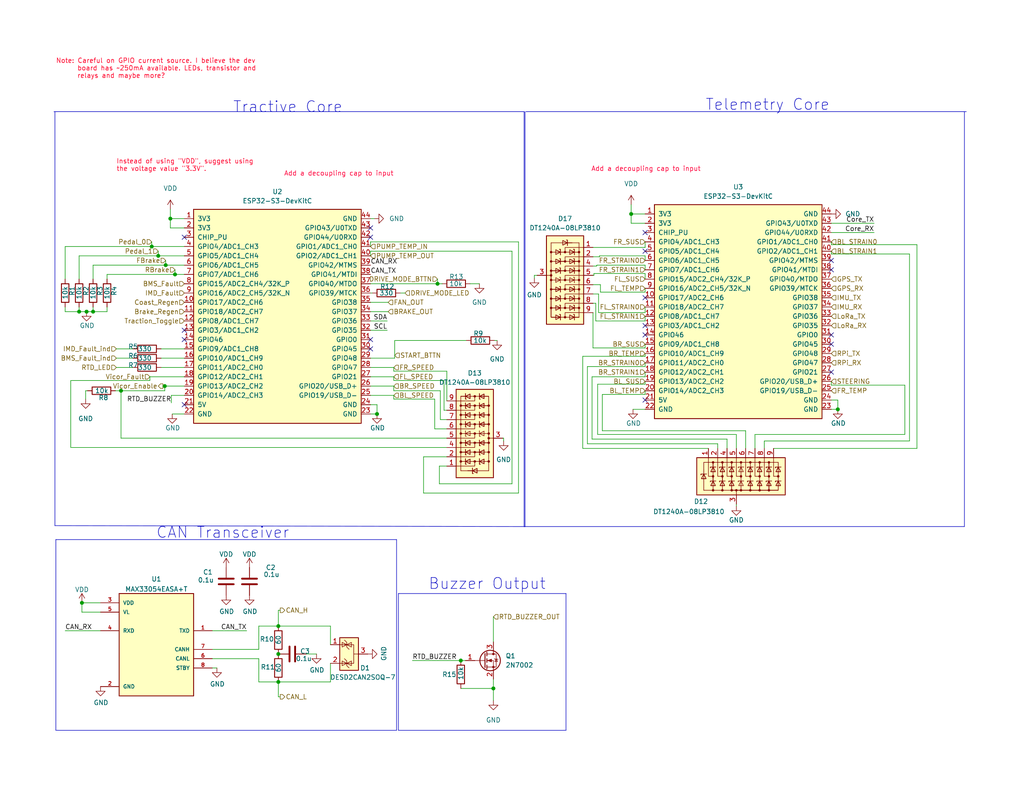
<source format=kicad_sch>
(kicad_sch (version 20230121) (generator eeschema)
  (paper "A")
  (title_block (title "Dual Core") (date "2023-05-15") (rev "V 1.1") (company "AERO") (comment 1 "Colin Grund") (comment 2 "Two Cores: Telemetry deals with sensors and non mission critical") (comment 3 "Tractive deals with all mission critical must work to drive"))
  (lib_symbols
    (symbol "AERO_Symbols:MAX33054EASA+T" (pin_names (offset 1.016))
      (property "Reference" "U" (at -10.16 13.6906 0))
      (property "Value" "MAX33054EASA+T" (at -10.16 -19.2278 0))
      (symbol "MAX33054EASA+T_0_0"
        (rectangle (start -10.16 -15.24) (end 10.16 12.7) (stroke (width 0.254)) (fill (type background)))
        (pin input line (at -15.24 2.54 0) (length 5.08) (name "TXD") (number "1"))
        (pin power_in line (at 15.24 -12.7 180) (length 5.08) (name "GND") (number "2"))
        (pin power_in line (at 15.24 10.16 180) (length 5.08) (name "VDD") (number "3"))
        (pin output line (at 15.24 2.54 180) (length 5.08) (name "RXD") (number "4"))
        (pin power_in line (at 15.24 7.62 180) (length 5.08) (name "VL") (number "5"))
        (pin input line (at -15.24 -5.08 0) (length 5.08) (name "CANL") (number "6"))
        (pin input line (at -15.24 -2.54 0) (length 5.08) (name "CANH") (number "7"))
        (pin input line (at -15.24 -7.62 0) (length 5.08) (name "STBY") (number "8"))
      )
    )
    (symbol "Device:C" (pin_numbers hide) (pin_names (offset 0.254))
      (property "Reference" "C" (at 0.635 2.54 0))
      (property "Value" "C" (at 0.635 -2.54 0))
      (symbol "C_0_1"
        (polyline (pts (xy -2.032 -0.762) (xy 2.032 -0.762)) (stroke (width 0.508)))
        (polyline (pts (xy -2.032 0.762) (xy 2.032 0.762)) (stroke (width 0.508)))
      )
      (symbol "C_1_1"
        (pin passive line (at 0 3.81 270) (length 2.794) (name "~") (number "1"))
        (pin passive line (at 0 -3.81 90) (length 2.794) (name "~") (number "2"))
      )
    )
    (symbol "Device:R" (pin_numbers hide) (pin_names (offset 0))
      (property "Reference" "R" (at 2.032 0 90))
      (property "Value" "R" (at 0 0 90))
      (symbol "R_0_1"
        (rectangle (start -1.016 -2.54) (end 1.016 2.54) (stroke (width 0.254)))
      )
      (symbol "R_1_1"
        (pin passive line (at 0 3.81 270) (length 1.27) (name "~") (number "1"))
        (pin passive line (at 0 -3.81 90) (length 1.27) (name "~") (number "2"))
      )
    )
    (symbol "Power_Protection:DT1240A-08LP3810" (pin_names hide)
      (property "Reference" "D" (at 13.97 2.54 0))
      (property "Value" "DT1240A-08LP3810" (at 13.97 0.635 0))
      (symbol "DT1240A-08LP3810_0_0"
        (pin passive line (at 0 -7.62 90) (length 2.54) (name "A") (number "3"))
      )
      (symbol "DT1240A-08LP3810_0_1"
        (rectangle (start -10.795 5.08) (end 13.335 -5.08) (stroke (width 0.254)) (fill (type background)))
        (circle (center -6.35 -3.81) (radius 0.254) (fill (type outline)))
        (circle (center -6.35 0) (radius 0.254) (fill (type outline)))
        (circle (center -6.35 3.81) (radius 0.254) (fill (type outline)))
        (circle (center -3.81 -3.81) (radius 0.254) (fill (type outline)))
        (circle (center -3.81 0) (radius 0.254) (fill (type outline)))
        (circle (center -3.81 3.81) (radius 0.254) (fill (type outline)))
        (circle (center -1.27 -3.81) (radius 0.254) (fill (type outline)))
        (circle (center -1.27 0) (radius 0.254) (fill (type outline)))
        (circle (center -1.27 3.81) (radius 0.254) (fill (type outline)))
        (circle (center 0 -3.81) (radius 0.254) (fill (type outline)))
        (polyline (pts (xy -8.89 0.635) (xy -8.89 -3.81)))
        (polyline (pts (xy -8.89 1.905) (xy -8.89 0.635)))
        (polyline (pts (xy -8.89 3.81) (xy -8.89 0.635)))
        (polyline (pts (xy -6.35 -3.81) (xy -8.89 -3.81)))
        (polyline (pts (xy -6.35 0) (xy -6.35 -1.27)))
        (polyline (pts (xy -6.35 2.54) (xy -6.35 -1.27)))
        (polyline (pts (xy -6.35 3.81) (xy -6.35 2.54)))
        (polyline (pts (xy -6.35 3.81) (xy -6.35 2.54)))
        (polyline (pts (xy -3.81 0) (xy -3.81 -1.27)))
        (polyline (pts (xy -3.81 2.54) (xy -3.81 -1.27)))
        (polyline (pts (xy -3.81 3.81) (xy -3.81 2.54)))
        (polyline (pts (xy -3.81 3.81) (xy -3.81 2.54)))
        (polyline (pts (xy -1.27 0) (xy -1.27 -1.27)))
        (polyline (pts (xy -1.27 2.54) (xy -1.27 -1.27)))
        (polyline (pts (xy -1.27 3.81) (xy -1.27 2.54)))
        (polyline (pts (xy -1.27 3.81) (xy -1.27 2.54)))
        (polyline (pts (xy 0 -5.08) (xy 0 -3.81)))
        (polyline (pts (xy 1.27 -3.81) (xy 1.27 2.54)))
        (polyline (pts (xy 1.27 3.81) (xy 1.27 2.54)))
        (polyline (pts (xy 1.905 -1.27) (xy 2.032 -1.27)))
        (polyline (pts (xy 1.905 2.54) (xy 2.032 2.54)))
        (polyline (pts (xy 3.81 2.54) (xy 3.81 -1.27)))
        (polyline (pts (xy 3.81 3.81) (xy 3.81 2.54)))
        (polyline (pts (xy 6.35 2.54) (xy 6.35 -1.27)))
        (polyline (pts (xy 6.35 3.81) (xy 6.35 2.54)))
        (polyline (pts (xy 6.35 3.81) (xy 6.35 2.54)))
        (polyline (pts (xy 8.89 2.54) (xy 8.89 -1.27)))
        (polyline (pts (xy 8.89 3.81) (xy 8.89 2.54)))
        (polyline (pts (xy 8.89 3.81) (xy 8.89 2.54)))
        (polyline (pts (xy 11.43 2.54) (xy 11.43 -1.27)))
        (polyline (pts (xy 11.43 3.81) (xy -8.89 3.81)))
        (polyline (pts (xy 11.43 3.81) (xy 11.43 2.54)))
        (polyline (pts (xy 11.43 3.81) (xy 11.43 2.54)))
        (polyline (pts (xy -7.62 5.08) (xy -7.62 0) (xy -6.35 0)))
        (polyline (pts (xy -6.35 -1.27) (xy -6.35 -3.81) (xy -3.81 -3.81)))
        (polyline (pts (xy -5.08 5.08) (xy -5.08 0) (xy -3.81 0)))
        (polyline (pts (xy -3.81 -1.27) (xy -3.81 -3.81) (xy -1.27 -3.81)))
        (polyline (pts (xy -2.54 5.08) (xy -2.54 0) (xy -1.27 0)))
        (polyline (pts (xy 0 5.08) (xy 0 0) (xy 1.27 0)))
        (polyline (pts (xy 1.905 -1.27) (xy 0.508 -1.27) (xy 0.508 -1.524)))
        (polyline (pts (xy 1.905 2.54) (xy 0.508 2.54) (xy 0.508 2.286)))
        (polyline (pts (xy 2.54 5.08) (xy 2.54 0) (xy 3.81 0)))
        (polyline (pts (xy 5.08 5.08) (xy 5.08 0) (xy 6.35 0)))
        (polyline (pts (xy 6.35 -1.27) (xy 6.35 -3.81) (xy 3.81 -3.81)))
        (polyline (pts (xy 6.35 -1.27) (xy 6.35 -3.81) (xy 3.81 -3.81)))
        (polyline (pts (xy 7.62 5.08) (xy 7.62 0) (xy 8.89 0)))
        (polyline (pts (xy 8.89 -1.27) (xy 8.89 -3.81) (xy 6.35 -3.81)))
        (polyline (pts (xy 8.89 -1.27) (xy 8.89 -3.81) (xy 6.35 -3.81)))
        (polyline (pts (xy 10.16 5.08) (xy 10.16 0) (xy 11.43 0)))
        (polyline (pts (xy 11.43 -1.27) (xy 11.43 -3.81) (xy 8.89 -3.81)))
        (polyline (pts (xy 11.43 -1.27) (xy 11.43 -3.81) (xy 8.89 -3.81)))
        (polyline (pts (xy -9.652 0.381) (xy -9.652 0.635) (xy -8.255 0.635) (xy -8.128 0.635)))
        (polyline (pts (xy -9.652 0.381) (xy -9.652 0.635) (xy -8.255 0.635) (xy -8.128 0.635)))
        (polyline (pts (xy -8.89 0.635) (xy -8.255 -0.635) (xy -9.525 -0.635) (xy -8.89 0.635)))
        (polyline (pts (xy -8.89 0.635) (xy -8.255 -0.635) (xy -9.525 -0.635) (xy -8.89 0.635)))
        (polyline (pts (xy -7.112 -1.524) (xy -7.112 -1.27) (xy -5.715 -1.27) (xy -5.588 -1.27)))
        (polyline (pts (xy -7.112 -1.524) (xy -7.112 -1.27) (xy -5.715 -1.27) (xy -5.588 -1.27)))
        (polyline (pts (xy -7.112 2.286) (xy -7.112 2.54) (xy -5.715 2.54) (xy -5.588 2.54)))
        (polyline (pts (xy -7.112 2.286) (xy -7.112 2.54) (xy -5.715 2.54) (xy -5.588 2.54)))
        (polyline (pts (xy -6.35 -1.27) (xy -5.715 -2.54) (xy -6.985 -2.54) (xy -6.35 -1.27)))
        (polyline (pts (xy -6.35 -1.27) (xy -5.715 -2.54) (xy -6.985 -2.54) (xy -6.35 -1.27)))
        (polyline (pts (xy -6.35 2.54) (xy -5.715 1.27) (xy -6.985 1.27) (xy -6.35 2.54)))
        (polyline (pts (xy -6.35 2.54) (xy -5.715 1.27) (xy -6.985 1.27) (xy -6.35 2.54)))
        (polyline (pts (xy -4.572 -1.524) (xy -4.572 -1.27) (xy -3.175 -1.27) (xy -3.048 -1.27)))
        (polyline (pts (xy -4.572 -1.524) (xy -4.572 -1.27) (xy -3.175 -1.27) (xy -3.048 -1.27)))
        (polyline (pts (xy -4.572 2.286) (xy -4.572 2.54) (xy -3.175 2.54) (xy -3.048 2.54)))
        (polyline (pts (xy -4.572 2.286) (xy -4.572 2.54) (xy -3.175 2.54) (xy -3.048 2.54)))
        (polyline (pts (xy -3.81 -1.27) (xy -3.175 -2.54) (xy -4.445 -2.54) (xy -3.81 -1.27)))
        (polyline (pts (xy -3.81 -1.27) (xy -3.175 -2.54) (xy -4.445 -2.54) (xy -3.81 -1.27)))
        (polyline (pts (xy -3.81 2.54) (xy -3.175 1.27) (xy -4.445 1.27) (xy -3.81 2.54)))
        (polyline (pts (xy -3.81 2.54) (xy -3.175 1.27) (xy -4.445 1.27) (xy -3.81 2.54)))
        (polyline (pts (xy -2.032 -1.524) (xy -2.032 -1.27) (xy -0.635 -1.27) (xy -0.508 -1.27)))
        (polyline (pts (xy -2.032 -1.524) (xy -2.032 -1.27) (xy -0.635 -1.27) (xy -0.508 -1.27)))
        (polyline (pts (xy -2.032 2.286) (xy -2.032 2.54) (xy -0.635 2.54) (xy -0.508 2.54)))
        (polyline (pts (xy -2.032 2.286) (xy -2.032 2.54) (xy -0.635 2.54) (xy -0.508 2.54)))
        (polyline (pts (xy -1.27 -1.27) (xy -1.27 -3.81) (xy 3.81 -3.81) (xy 3.81 -1.27)))
        (polyline (pts (xy -1.27 -1.27) (xy -1.27 -3.81) (xy 3.81 -3.81) (xy 3.81 -1.27)))
        (polyline (pts (xy -1.27 -1.27) (xy -0.635 -2.54) (xy -1.905 -2.54) (xy -1.27 -1.27)))
        (polyline (pts (xy -1.27 -1.27) (xy -0.635 -2.54) (xy -1.905 -2.54) (xy -1.27 -1.27)))
        (polyline (pts (xy -1.27 2.54) (xy -0.635 1.27) (xy -1.905 1.27) (xy -1.27 2.54)))
        (polyline (pts (xy -1.27 2.54) (xy -0.635 1.27) (xy -1.905 1.27) (xy -1.27 2.54)))
        (polyline (pts (xy 1.905 -2.54) (xy 0.635 -2.54) (xy 1.27 -1.27) (xy 1.905 -2.54)))
        (polyline (pts (xy 1.905 1.27) (xy 0.635 1.27) (xy 1.27 2.54) (xy 1.905 1.27)))
        (polyline (pts (xy 3.048 -1.524) (xy 3.048 -1.27) (xy 4.445 -1.27) (xy 4.572 -1.27)))
        (polyline (pts (xy 3.048 -1.524) (xy 3.048 -1.27) (xy 4.445 -1.27) (xy 4.572 -1.27)))
        (polyline (pts (xy 3.048 2.286) (xy 3.048 2.54) (xy 4.445 2.54) (xy 4.572 2.54)))
        (polyline (pts (xy 3.048 2.286) (xy 3.048 2.54) (xy 4.445 2.54) (xy 4.572 2.54)))
        (polyline (pts (xy 3.81 -1.27) (xy 3.175 -2.54) (xy 4.445 -2.54) (xy 3.81 -1.27)))
        (polyline (pts (xy 3.81 -1.27) (xy 3.175 -2.54) (xy 4.445 -2.54) (xy 3.81 -1.27)))
        (polyline (pts (xy 3.81 2.54) (xy 3.175 1.27) (xy 4.445 1.27) (xy 3.81 2.54)))
        (polyline (pts (xy 3.81 2.54) (xy 3.175 1.27) (xy 4.445 1.27) (xy 3.81 2.54)))
        (polyline (pts (xy 5.588 -1.524) (xy 5.588 -1.27) (xy 6.985 -1.27) (xy 7.112 -1.27)))
        (polyline (pts (xy 5.588 -1.524) (xy 5.588 -1.27) (xy 6.985 -1.27) (xy 7.112 -1.27)))
        (polyline (pts (xy 5.588 2.286) (xy 5.588 2.54) (xy 6.985 2.54) (xy 7.112 2.54)))
        (polyline (pts (xy 5.588 2.286) (xy 5.588 2.54) (xy 6.985 2.54) (xy 7.112 2.54)))
        (polyline (pts (xy 6.35 -1.27) (xy 5.715 -2.54) (xy 6.985 -2.54) (xy 6.35 -1.27)))
        (polyline (pts (xy 6.35 -1.27) (xy 5.715 -2.54) (xy 6.985 -2.54) (xy 6.35 -1.27)))
        (polyline (pts (xy 6.35 2.54) (xy 5.715 1.27) (xy 6.985 1.27) (xy 6.35 2.54)))
        (polyline (pts (xy 6.35 2.54) (xy 5.715 1.27) (xy 6.985 1.27) (xy 6.35 2.54)))
        (polyline (pts (xy 8.128 -1.524) (xy 8.128 -1.27) (xy 9.525 -1.27) (xy 9.652 -1.27)))
        (polyline (pts (xy 8.128 -1.524) (xy 8.128 -1.27) (xy 9.525 -1.27) (xy 9.652 -1.27)))
        (polyline (pts (xy 8.128 2.286) (xy 8.128 2.54) (xy 9.525 2.54) (xy 9.652 2.54)))
        (polyline (pts (xy 8.128 2.286) (xy 8.128 2.54) (xy 9.525 2.54) (xy 9.652 2.54)))
        (polyline (pts (xy 8.89 -1.27) (xy 8.255 -2.54) (xy 9.525 -2.54) (xy 8.89 -1.27)))
        (polyline (pts (xy 8.89 -1.27) (xy 8.255 -2.54) (xy 9.525 -2.54) (xy 8.89 -1.27)))
        (polyline (pts (xy 8.89 2.54) (xy 8.255 1.27) (xy 9.525 1.27) (xy 8.89 2.54)))
        (polyline (pts (xy 8.89 2.54) (xy 8.255 1.27) (xy 9.525 1.27) (xy 8.89 2.54)))
        (polyline (pts (xy 10.668 -1.524) (xy 10.668 -1.27) (xy 12.065 -1.27) (xy 12.192 -1.27)))
        (polyline (pts (xy 10.668 -1.524) (xy 10.668 -1.27) (xy 12.065 -1.27) (xy 12.192 -1.27)))
        (polyline (pts (xy 10.668 2.286) (xy 10.668 2.54) (xy 12.065 2.54) (xy 12.192 2.54)))
        (polyline (pts (xy 10.668 2.286) (xy 10.668 2.54) (xy 12.065 2.54) (xy 12.192 2.54)))
        (polyline (pts (xy 11.43 -1.27) (xy 10.795 -2.54) (xy 12.065 -2.54) (xy 11.43 -1.27)))
        (polyline (pts (xy 11.43 -1.27) (xy 10.795 -2.54) (xy 12.065 -2.54) (xy 11.43 -1.27)))
        (polyline (pts (xy 11.43 2.54) (xy 10.795 1.27) (xy 12.065 1.27) (xy 11.43 2.54)))
        (polyline (pts (xy 11.43 2.54) (xy 10.795 1.27) (xy 12.065 1.27) (xy 11.43 2.54)))
        (circle (center 1.27 -3.81) (radius 0.254) (fill (type outline)))
        (circle (center 1.27 0) (radius 0.254) (fill (type outline)))
        (circle (center 1.27 3.81) (radius 0.254) (fill (type outline)))
        (circle (center 3.81 -3.81) (radius 0.254) (fill (type outline)))
        (circle (center 3.81 0) (radius 0.254) (fill (type outline)))
        (circle (center 3.81 3.81) (radius 0.254) (fill (type outline)))
        (circle (center 6.35 -3.81) (radius 0.254) (fill (type outline)))
        (circle (center 6.35 0) (radius 0.254) (fill (type outline)))
        (circle (center 6.35 3.81) (radius 0.254) (fill (type outline)))
        (circle (center 8.89 -3.81) (radius 0.254) (fill (type outline)))
        (circle (center 8.89 0) (radius 0.254) (fill (type outline)))
        (circle (center 8.89 3.81) (radius 0.254) (fill (type outline)))
        (circle (center 11.43 0) (radius 0.254) (fill (type outline)))
      )
      (symbol "DT1240A-08LP3810_1_1"
        (pin passive line (at -7.62 7.62 270) (length 2.54) (name "K1") (number "1"))
        (pin passive line (at -5.08 7.62 270) (length 2.54) (name "K2") (number "2"))
        (pin passive line (at -2.54 7.62 270) (length 2.54) (name "K3") (number "4"))
        (pin passive line (at 0 7.62 270) (length 2.54) (name "K4") (number "5"))
        (pin passive line (at 2.54 7.62 270) (length 2.54) (name "K5") (number "6"))
        (pin passive line (at 5.08 7.62 270) (length 2.54) (name "K6") (number "7"))
        (pin passive line (at 7.62 7.62 270) (length 2.54) (name "K7") (number "8"))
        (pin passive line (at 10.16 7.62 270) (length 2.54) (name "K8") (number "9"))
      )
    )
    (symbol "Power_Protection:NUP2105L" (pin_names hide)
      (property "Reference" "D" (at 5.715 2.54 0))
      (property "Value" "NUP2105L" (at 5.715 0.635 0))
      (symbol "NUP2105L_0_0"
        (pin passive line (at 0 -5.08 90) (length 2.54) (name "A") (number "3"))
      )
      (symbol "NUP2105L_0_1"
        (rectangle (start -4.445 2.54) (end 4.445 -2.54) (stroke (width 0.254)) (fill (type background)))
        (polyline (pts (xy -2.54 2.54) (xy -2.54 0.635)))
        (polyline (pts (xy 0 -1.27) (xy 0 -2.54)))
        (polyline (pts (xy 2.54 2.54) (xy 2.54 0.635)))
        (polyline (pts (xy -3.81 1.27) (xy -3.175 0.635) (xy -1.905 0.635) (xy -1.27 0)))
        (polyline (pts (xy -2.54 0.635) (xy -2.54 -1.27) (xy 2.54 -1.27) (xy 2.54 0.635)))
        (polyline (pts (xy -2.54 0.635) (xy -1.905 -0.635) (xy -3.175 -0.635) (xy -2.54 0.635)))
        (polyline (pts (xy 2.54 0.635) (xy 1.905 -0.635) (xy 3.175 -0.635) (xy 2.54 0.635)))
        (polyline (pts (xy 2.54 0.635) (xy 3.175 1.905) (xy 1.905 1.905) (xy 2.54 0.635)))
        (polyline (pts (xy -2.54 0.635) (xy -3.175 1.905) (xy -1.905 1.905) (xy -2.54 0.635) (xy -2.54 1.27)))
        (polyline (pts (xy 1.27 1.27) (xy 1.905 0.635) (xy 2.54 0.635) (xy 3.175 0.635) (xy 3.81 0)))
      )
      (symbol "NUP2105L_1_1"
        (pin passive line (at -2.54 5.08 270) (length 2.54) (name "K") (number "1"))
        (pin passive line (at 2.54 5.08 270) (length 2.54) (name "K") (number "2"))
      )
    )
    (symbol "Transistor_FET:2N7002" (pin_names hide)
      (property "Reference" "Q" (at 5.08 1.905 0))
      (property "Value" "2N7002" (at 5.08 0 0))
      (symbol "2N7002_0_1"
        (polyline (pts (xy 0.254 0) (xy -2.54 0)))
        (polyline (pts (xy 0.254 1.905) (xy 0.254 -1.905)) (stroke (width 0.254)))
        (polyline (pts (xy 0.762 -1.27) (xy 0.762 -2.286)) (stroke (width 0.254)))
        (polyline (pts (xy 0.762 0.508) (xy 0.762 -0.508)) (stroke (width 0.254)))
        (polyline (pts (xy 0.762 2.286) (xy 0.762 1.27)) (stroke (width 0.254)))
        (polyline (pts (xy 2.54 2.54) (xy 2.54 1.778)))
        (polyline (pts (xy 2.54 -2.54) (xy 2.54 0) (xy 0.762 0)))
        (polyline (pts (xy 0.762 -1.778) (xy 3.302 -1.778) (xy 3.302 1.778) (xy 0.762 1.778)))
        (polyline (pts (xy 1.016 0) (xy 2.032 0.381) (xy 2.032 -0.381) (xy 1.016 0)) (fill (type outline)))
        (polyline (pts (xy 2.794 0.508) (xy 2.921 0.381) (xy 3.683 0.381) (xy 3.81 0.254)))
        (polyline (pts (xy 3.302 0.381) (xy 2.921 -0.254) (xy 3.683 -0.254) (xy 3.302 0.381)))
        (circle (center 1.651 0) (radius 2.794) (stroke (width 0.254)))
        (circle (center 2.54 -1.778) (radius 0.254) (fill (type outline)))
        (circle (center 2.54 1.778) (radius 0.254) (fill (type outline)))
      )
      (symbol "2N7002_1_1"
        (pin input line (at -5.08 0 0) (length 2.54) (name "G") (number "1"))
        (pin passive line (at 2.54 -5.08 90) (length 2.54) (name "S") (number "2"))
        (pin passive line (at 2.54 5.08 270) (length 2.54) (name "D") (number "3"))
      )
    )
    (symbol "esp32:ESP32-S3-DevKitC" (pin_names (offset 1.016))
      (property "Reference" "U" (at -22.86 33.02 0))
      (property "Value" "ESP32-S3-DevKitC" (at -22.86 30.48 0))
      (symbol "ESP32-S3-DevKitC_0_0"
        (pin bidirectional line (at -25.4 -7.62 0) (length 2.54) (name "GPIO46") (number "14"))
        (pin bidirectional line (at -25.4 -20.32 0) (length 2.54) (name "GPIO13/ADC2_CH2") (number "19"))
        (pin power_in line (at -25.4 22.86 0) (length 2.54) (name "3V3") (number "2"))
        (pin bidirectional line (at 25.4 12.7 180) (length 2.54) (name "GPIO42/MTMS") (number "39"))
        (pin bidirectional line (at 25.4 15.24 180) (length 2.54) (name "GPIO2/ADC1_CH1") (number "40"))
        (pin bidirectional line (at 25.4 17.78 180) (length 2.54) (name "GPIO1/ADC1_CH0") (number "41"))
        (pin bidirectional line (at 25.4 20.32 180) (length 2.54) (name "GPIO44/U0RXD") (number "42"))
        (pin bidirectional line (at 25.4 22.86 180) (length 2.54) (name "GPIO43/U0TXD") (number "43"))
        (pin power_in line (at 25.4 25.4 180) (length 2.54) (name "GND") (number "44"))
      )
      (symbol "ESP32-S3-DevKitC_0_1"
        (rectangle (start -22.86 27.94) (end 22.86 -30.48) (stroke (width 0.254)) (fill (type background)))
      )
      (symbol "ESP32-S3-DevKitC_1_1"
        (pin power_in line (at -25.4 25.4 0) (length 2.54) (name "3V3") (number "1"))
        (pin bidirectional line (at -25.4 2.54 0) (length 2.54) (name "GPIO17/ADC2_CH6") (number "10"))
        (pin bidirectional line (at -25.4 0 0) (length 2.54) (name "GPIO18/ADC2_CH7") (number "11"))
        (pin bidirectional line (at -25.4 -2.54 0) (length 2.54) (name "GPIO8/ADC1_CH7") (number "12"))
        (pin bidirectional line (at -25.4 -5.08 0) (length 2.54) (name "GPIO3/ADC1_CH2") (number "13"))
        (pin bidirectional line (at -25.4 -10.16 0) (length 2.54) (name "GPIO9/ADC1_CH8") (number "15"))
        (pin bidirectional line (at -25.4 -12.7 0) (length 2.54) (name "GPIO10/ADC1_CH9") (number "16"))
        (pin bidirectional line (at -25.4 -15.24 0) (length 2.54) (name "GPIO11/ADC2_CH0") (number "17"))
        (pin bidirectional line (at -25.4 -17.78 0) (length 2.54) (name "GPIO12/ADC2_CH1") (number "18"))
        (pin bidirectional line (at -25.4 -22.86 0) (length 2.54) (name "GPIO14/ADC2_CH3") (number "20"))
        (pin power_in line (at -25.4 -25.4 0) (length 2.54) (name "5V") (number "21"))
        (pin power_in line (at -25.4 -27.94 0) (length 2.54) (name "GND") (number "22"))
        (pin power_in line (at 25.4 -27.94 180) (length 2.54) (name "GND") (number "23"))
        (pin power_in line (at 25.4 -25.4 180) (length 2.54) (name "GND") (number "24"))
        (pin bidirectional line (at 25.4 -22.86 180) (length 2.54) (name "GPIO19/USB_D-") (number "25"))
        (pin bidirectional line (at 25.4 -20.32 180) (length 2.54) (name "GPIO20/USB_D+") (number "26"))
        (pin bidirectional line (at 25.4 -17.78 180) (length 2.54) (name "GPIO21") (number "27"))
        (pin bidirectional line (at 25.4 -15.24 180) (length 2.54) (name "GPIO47") (number "28"))
        (pin bidirectional line (at 25.4 -12.7 180) (length 2.54) (name "GPIO48") (number "29"))
        (pin input line (at -25.4 20.32 0) (length 2.54) (name "CHIP_PU") (number "3"))
        (pin bidirectional line (at 25.4 -10.16 180) (length 2.54) (name "GPIO45") (number "30"))
        (pin bidirectional line (at 25.4 -7.62 180) (length 2.54) (name "GPIO0") (number "31"))
        (pin bidirectional line (at 25.4 -5.08 180) (length 2.54) (name "GPIO35") (number "32"))
        (pin bidirectional line (at 25.4 -2.54 180) (length 2.54) (name "GPIO36") (number "33"))
        (pin bidirectional line (at 25.4 0 180) (length 2.54) (name "GPIO37") (number "34"))
        (pin bidirectional line (at 25.4 2.54 180) (length 2.54) (name "GPIO38") (number "35"))
        (pin bidirectional line (at 25.4 5.08 180) (length 2.54) (name "GPIO39/MTCK") (number "36"))
        (pin bidirectional line (at 25.4 7.62 180) (length 2.54) (name "GPIO40/MTDO") (number "37"))
        (pin bidirectional line (at 25.4 10.16 180) (length 2.54) (name "GPIO41/MTDI") (number "38"))
        (pin bidirectional line (at -25.4 17.78 0) (length 2.54) (name "GPIO4/ADC1_CH3") (number "4"))
        (pin bidirectional line (at -25.4 15.24 0) (length 2.54) (name "GPIO5/ADC1_CH4") (number "5"))
        (pin bidirectional line (at -25.4 12.7 0) (length 2.54) (name "GPIO6/ADC1_CH5") (number "6"))
        (pin bidirectional line (at -25.4 10.16 0) (length 2.54) (name "GPIO7/ADC1_CH6") (number "7"))
        (pin bidirectional line (at -25.4 7.62 0) (length 2.54) (name "GPIO15/ADC2_CH4/32K_P") (number "8"))
        (pin bidirectional line (at -25.4 5.08 0) (length 2.54) (name "GPIO16/ADC2_CH5/32K_N") (number "9"))
      )
    )
    (symbol "power:GND" (power) (pin_names (offset 0))
      (property "Value" "GND" (at 0 -3.81 0))
      (symbol "GND_0_1"
        (polyline (pts (xy 0 0) (xy 0 -1.27) (xy 1.27 -1.27) (xy 0 -2.54) (xy -1.27 -1.27) (xy 0 -1.27)))
      )
      (symbol "GND_1_1"
        (pin power_in line (at 0 0 270) (length 0) hide (name "GND") (number "1"))
      )
    )
    (symbol "power:VDD" (power) (pin_names (offset 0))
      (property "Value" "VDD" (at 0 3.81 0))
      (symbol "VDD_0_1"
        (polyline (pts (xy -0.762 1.27) (xy 0 2.54)))
        (polyline (pts (xy 0 0) (xy 0 2.54)))
        (polyline (pts (xy 0 2.54) (xy 0.762 1.27)))
      )
      (symbol "VDD_1_1"
        (pin power_in line (at 0 0 90) (length 0) hide (name "VDD") (number "1"))
      )
    )
  )
  (junction (at 47.752 74.93))
  (junction (at 125.73 180.34))
  (junction (at 75.946 186.182))
  (junction (at 25.4 85.09))
  (junction (at 46.482 59.69))
  (junction (at 172.212 58.42))
  (junction (at 134.62 187.96))
  (junction (at 33.02 106.68))
  (junction (at 102.87 113.03))
  (junction (at 228.6 111.76))
  (junction (at 75.946 178.562))
  (junction (at 44.958 105.41))
  (junction (at 45.212 72.39))
  (junction (at 23.622 85.09))
  (junction (at 43.18 69.85))
  (junction (at 41.402 67.31))
  (junction (at 22.352 164.592))
  (junction (at 75.946 170.942))
  (junction (at 119.38 77.47))
  (junction (at 21.59 85.09))
  (no_connect (at 226.822 91.44))
  (no_connect (at 226.822 71.12))
  (no_connect (at 101.092 64.77))
  (no_connect (at 226.822 73.66))
  (no_connect (at 50.292 92.71))
  (no_connect (at 101.092 92.71))
  (no_connect (at 50.292 110.49))
  (no_connect (at 101.092 95.25))
  (no_connect (at 50.292 90.17))
  (no_connect (at 226.822 101.6))
  (no_connect (at 176.022 63.5))
  (no_connect (at 176.022 81.28))
  (no_connect (at 176.022 88.9))
  (no_connect (at 176.022 109.22))
  (no_connect (at 50.292 64.77))
  (no_connect (at 176.022 68.58))
  (no_connect (at 176.022 91.44))
  (no_connect (at 226.822 93.98))
  (no_connect (at 101.092 62.23))
  (wire (pts (xy 162.56 87.63) (xy 162.56 82.804)))
  (wire (pts (xy 118.618 117.094) (xy 118.618 108.966)))
  (wire (pts (xy 90.17 186.182) (xy 90.17 181.102)))
  (wire (pts (xy 161.798 94.996) (xy 176.022 94.996)))
  (wire (pts (xy 248.158 69.342) (xy 226.822 69.342)))
  (wire (pts (xy 119.888 132.08) (xy 139.7 132.08)))
  (wire (pts (xy 163.322 80.264) (xy 163.322 85.344)))
  (wire (pts (xy 102.87 110.49) (xy 102.87 113.03)))
  (wire (pts (xy 134.62 185.42) (xy 134.62 187.96)))
  (wire (pts (xy 23.368 106.68) (xy 23.368 108.966)))
  (wire (pts (xy 43.18 68.58) (xy 43.18 69.85)))
  (wire (pts (xy 161.544 102.87) (xy 176.022 102.87)))
  (wire (pts (xy 46.482 57.15) (xy 46.482 59.69)))
  (wire (pts (xy 134.874 92.964) (xy 135.636 92.964)))
  (wire (pts (xy 22.352 164.592) (xy 27.432 164.592)))
  (wire (pts (xy 163.322 80.264) (xy 161.798 80.264)))
  (wire (pts (xy 120.142 106.68) (xy 107.442 106.68)))
  (wire (pts (xy 121.92 117.094) (xy 118.618 117.094)))
  (wire (pts (xy 121.92 112.014) (xy 121.158 112.014)))
  (wire (pts (xy 102.87 113.03) (xy 101.092 113.03)))
  (wire (pts (xy 205.994 122.428) (xy 205.994 118.618)))
  (wire (pts (xy 176.022 94.996) (xy 176.022 93.98)))
  (wire (pts (xy 59.182 182.372) (xy 57.912 182.372)))
  (wire (pts (xy 161.798 94.996) (xy 161.798 85.344)))
  (wire (pts (xy 121.92 109.474) (xy 121.92 101.346)))
  (wire (pts (xy 246.888 105.156) (xy 226.822 105.156)))
  (wire (pts (xy 107.442 108.966) (xy 107.442 107.95)))
  (wire (pts (xy 31.75 97.79) (xy 36.322 97.79)))
  (wire (pts (xy 33.02 106.68) (xy 44.958 106.68)))
  (wire (pts (xy 119.888 127.254) (xy 119.888 132.08)))
  (wire (pts (xy 107.442 100.33) (xy 101.092 100.33)))
  (wire (pts (xy 162.56 87.63) (xy 176.022 87.63)))
  (wire (pts (xy 109.22 80.01) (xy 110.49 80.01)))
  (wire (pts (xy 160.274 100.076) (xy 160.274 121.158)))
  (polyline (pts (xy 154.432 162.052) (xy 154.432 199.39)))
  (wire (pts (xy 21.59 85.09) (xy 17.78 85.09)))
  (polyline (pts (xy 263.144 143.764) (xy 143.002 143.764)))
  (wire (pts (xy 105.664 90.17) (xy 101.092 90.17)))
  (wire (pts (xy 121.92 124.714) (xy 115.57 124.714)))
  (wire (pts (xy 161.544 119.888) (xy 198.374 119.888)))
  (wire (pts (xy 198.374 119.888) (xy 198.374 122.428)))
  (polyline (pts (xy 14.732 30.48) (xy 143.002 30.48)))
  (wire (pts (xy 208.534 120.396) (xy 248.158 120.396)))
  (wire (pts (xy 101.092 77.47) (xy 119.38 77.47)))
  (wire (pts (xy 161.798 77.724) (xy 163.83 77.724)))
  (wire (pts (xy 172.212 58.42) (xy 176.022 58.42)))
  (wire (pts (xy 107.696 92.964) (xy 107.696 97.79)))
  (wire (pts (xy 161.798 72.644) (xy 162.814 72.644)))
  (wire (pts (xy 120.65 77.47) (xy 119.38 77.47)))
  (wire (pts (xy 208.534 122.428) (xy 208.534 120.396)))
  (wire (pts (xy 238.506 60.96) (xy 226.822 60.96)))
  (polyline (pts (xy 14.986 143.51) (xy 14.986 30.48)))
  (wire (pts (xy 226.822 66.802) (xy 250.19 66.802)))
  (wire (pts (xy 50.292 69.85) (xy 43.18 69.85)))
  (wire (pts (xy 107.442 106.68) (xy 107.442 105.41)))
  (wire (pts (xy 163.068 118.618) (xy 200.914 118.618)))
  (wire (pts (xy 248.158 120.396) (xy 248.158 69.342)))
  (wire (pts (xy 105.664 87.63) (xy 101.092 87.63)))
  (wire (pts (xy 134.62 187.96) (xy 134.62 191.262)))
  (wire (pts (xy 43.18 69.85) (xy 21.59 69.85)))
  (wire (pts (xy 17.78 172.212) (xy 27.432 172.212)))
  (wire (pts (xy 17.78 67.31) (xy 17.78 76.2)))
  (wire (pts (xy 161.544 102.87) (xy 161.544 119.888)))
  (wire (pts (xy 176.022 100.076) (xy 176.022 99.06)))
  (wire (pts (xy 31.496 106.68) (xy 33.02 106.68)))
  (wire (pts (xy 86.36 178.562) (xy 83.566 178.562)))
  (wire (pts (xy 43.942 100.33) (xy 50.292 100.33)))
  (polyline (pts (xy 15.24 147.32) (xy 15.24 199.39)))
  (wire (pts (xy 46.736 109.982) (xy 46.736 107.95)))
  (wire (pts (xy 46.482 62.23) (xy 46.482 59.69)))
  (wire (pts (xy 203.454 117.602) (xy 164.338 117.602)))
  (polyline (pts (xy 263.144 30.48) (xy 263.144 143.764)))
  (wire (pts (xy 33.02 119.634) (xy 33.02 106.68)))
  (polyline (pts (xy 108.712 199.39) (xy 108.712 162.052)))
  (wire (pts (xy 176.022 69.85) (xy 176.022 71.12)))
  (wire (pts (xy 29.21 76.2) (xy 29.21 74.93)))
  (wire (pts (xy 200.914 118.618) (xy 200.914 122.428)))
  (wire (pts (xy 228.6 111.76) (xy 226.822 111.76)))
  (wire (pts (xy 121.92 122.174) (xy 19.304 122.174)))
  (wire (pts (xy 226.822 109.22) (xy 228.6 109.22)))
  (wire (pts (xy 44.958 106.68) (xy 44.958 105.41)))
  (wire (pts (xy 176.022 87.63) (xy 176.022 86.36)))
  (wire (pts (xy 17.78 67.31) (xy 41.402 67.31)))
  (wire (pts (xy 145.796 75.184) (xy 145.796 75.946)))
  (wire (pts (xy 102.108 59.69) (xy 101.092 59.69)))
  (wire (pts (xy 118.618 108.966) (xy 107.442 108.966)))
  (wire (pts (xy 176.022 72.39) (xy 176.022 73.66)))
  (wire (pts (xy 47.752 73.66) (xy 47.752 74.93)))
  (wire (pts (xy 195.834 121.158) (xy 195.834 122.428)))
  (wire (pts (xy 17.78 83.82) (xy 17.78 85.09)))
  (wire (pts (xy 101.092 110.49) (xy 102.87 110.49)))
  (wire (pts (xy 159.004 97.282) (xy 159.004 122.428)))
  (wire (pts (xy 46.99 113.03) (xy 50.292 113.03)))
  (wire (pts (xy 164.338 117.602) (xy 164.338 107.696)))
  (wire (pts (xy 141.478 66.04) (xy 101.092 66.04)))
  (polyline (pts (xy 108.712 162.052) (xy 154.432 162.052)))
  (wire (pts (xy 101.092 68.58) (xy 101.092 69.85)))
  (wire (pts (xy 101.092 102.87) (xy 107.442 102.87)))
  (wire (pts (xy 75.946 190.246) (xy 75.946 186.182)))
  (wire (pts (xy 161.798 67.564) (xy 176.022 67.564)))
  (wire (pts (xy 29.21 83.82) (xy 29.21 85.09)))
  (wire (pts (xy 139.7 132.08) (xy 139.7 68.58)))
  (wire (pts (xy 27.432 167.132) (xy 22.352 167.132)))
  (wire (pts (xy 121.92 114.554) (xy 120.142 114.554)))
  (wire (pts (xy 176.022 67.564) (xy 176.022 66.04)))
  (wire (pts (xy 21.59 85.09) (xy 23.622 85.09)))
  (wire (pts (xy 119.38 76.2) (xy 119.38 77.47)))
  (wire (pts (xy 162.052 74.676) (xy 176.022 74.676)))
  (wire (pts (xy 57.912 179.832) (xy 70.612 179.832)))
  (wire (pts (xy 29.21 74.93) (xy 47.752 74.93)))
  (wire (pts (xy 176.022 60.96) (xy 172.212 60.96)))
  (wire (pts (xy 101.092 66.04) (xy 101.092 67.31)))
  (wire (pts (xy 172.212 55.88) (xy 172.212 58.42)))
  (wire (pts (xy 101.092 80.01) (xy 101.6 80.01)))
  (wire (pts (xy 19.304 122.174) (xy 19.304 103.886)))
  (wire (pts (xy 163.576 70.104) (xy 163.576 69.85)))
  (wire (pts (xy 57.912 177.292) (xy 70.612 177.292)))
  (wire (pts (xy 139.7 68.58) (xy 101.092 68.58)))
  (wire (pts (xy 176.022 85.344) (xy 176.022 83.82)))
  (wire (pts (xy 45.212 71.12) (xy 45.212 72.39)))
  (wire (pts (xy 160.274 100.076) (xy 176.022 100.076)))
  (wire (pts (xy 162.814 72.644) (xy 162.814 72.39)))
  (wire (pts (xy 172.212 60.96) (xy 172.212 58.42)))
  (wire (pts (xy 76.454 190.246) (xy 75.946 190.246)))
  (wire (pts (xy 121.92 127.254) (xy 119.888 127.254)))
  (wire (pts (xy 70.612 170.942) (xy 75.946 170.942)))
  (wire (pts (xy 176.022 104.902) (xy 176.022 104.14)))
  (wire (pts (xy 105.918 82.55) (xy 101.092 82.55)))
  (wire (pts (xy 162.052 75.184) (xy 162.052 74.676)))
  (wire (pts (xy 163.322 85.344) (xy 176.022 85.344)))
  (wire (pts (xy 246.888 118.618) (xy 246.888 105.156)))
  (wire (pts (xy 137.414 119.634) (xy 137.414 120.396)))
  (wire (pts (xy 43.942 95.25) (xy 50.292 95.25)))
  (wire (pts (xy 226.822 63.5) (xy 238.506 63.5)))
  (wire (pts (xy 159.004 122.428) (xy 193.294 122.428)))
  (wire (pts (xy 163.83 79.756) (xy 176.022 79.756)))
  (wire (pts (xy 25.4 85.09) (xy 29.21 85.09)))
  (wire (pts (xy 75.946 166.624) (xy 75.946 170.942)))
  (wire (pts (xy 101.092 107.95) (xy 107.442 107.95)))
  (wire (pts (xy 107.442 103.886) (xy 107.442 102.87)))
  (wire (pts (xy 137.16 119.634) (xy 137.414 119.634)))
  (wire (pts (xy 45.212 72.39) (xy 50.292 72.39)))
  (wire (pts (xy 23.876 106.68) (xy 23.368 106.68)))
  (wire (pts (xy 121.158 103.886) (xy 107.442 103.886)))
  (wire (pts (xy 163.576 70.104) (xy 161.798 70.104)))
  (wire (pts (xy 40.894 102.87) (xy 50.292 102.87)))
  (wire (pts (xy 70.612 177.292) (xy 70.612 170.942)))
  (wire (pts (xy 250.19 122.428) (xy 211.074 122.428)))
  (wire (pts (xy 226.822 66.802) (xy 226.822 66.04)))
  (wire (pts (xy 41.402 66.04) (xy 41.402 67.31)))
  (wire (pts (xy 160.274 121.158) (xy 195.834 121.158)))
  (wire (pts (xy 46.482 59.69) (xy 50.292 59.69)))
  (wire (pts (xy 21.59 69.85) (xy 21.59 76.2)))
  (wire (pts (xy 205.994 118.618) (xy 246.888 118.618)))
  (wire (pts (xy 90.17 170.942) (xy 90.17 176.022)))
  (wire (pts (xy 146.558 75.184) (xy 145.796 75.184)))
  (wire (pts (xy 164.338 107.696) (xy 176.022 107.696)))
  (wire (pts (xy 105.918 85.09) (xy 101.092 85.09)))
  (wire (pts (xy 200.914 137.668) (xy 200.914 138.176)))
  (wire (pts (xy 141.478 134.62) (xy 141.478 66.04)))
  (polyline (pts (xy 108.204 147.32) (xy 15.24 147.32)))
  (wire (pts (xy 163.576 69.85) (xy 176.022 69.85)))
  (wire (pts (xy 19.304 103.886) (xy 40.894 103.886)))
  (wire (pts (xy 107.442 101.346) (xy 107.442 100.33)))
  (wire (pts (xy 31.75 100.33) (xy 36.322 100.33)))
  (wire (pts (xy 67.31 172.212) (xy 57.912 172.212)))
  (wire (pts (xy 75.946 186.182) (xy 90.17 186.182)))
  (wire (pts (xy 115.57 124.714) (xy 115.57 134.62)))
  (wire (pts (xy 163.068 104.902) (xy 163.068 118.618)))
  (wire (pts (xy 172.72 111.76) (xy 176.022 111.76)))
  (wire (pts (xy 161.798 82.804) (xy 162.56 82.804)))
  (wire (pts (xy 162.052 75.184) (xy 161.798 75.184)))
  (wire (pts (xy 125.73 187.96) (xy 134.62 187.96)))
  (wire (pts (xy 46.736 107.95) (xy 50.292 107.95)))
  (wire (pts (xy 70.612 179.832) (xy 70.612 186.182)))
  (wire (pts (xy 159.004 97.282) (xy 176.022 97.282)))
  (polyline (pts (xy 143.256 30.48) (xy 143.256 143.764)))
  (polyline (pts (xy 143.51 30.48) (xy 263.652 30.48)))
  (wire (pts (xy 31.75 95.25) (xy 36.322 95.25)))
  (polyline (pts (xy 15.24 199.39) (xy 108.204 199.39)))
  (wire (pts (xy 40.894 103.886) (xy 40.894 102.87)))
  (wire (pts (xy 41.402 67.31) (xy 50.292 67.31)))
  (wire (pts (xy 25.4 76.2) (xy 25.4 72.39)))
  (polyline (pts (xy 108.204 147.32) (xy 108.204 199.39)))
  (wire (pts (xy 43.942 97.79) (xy 50.292 97.79)))
  (wire (pts (xy 47.752 74.93) (xy 50.292 74.93)))
  (wire (pts (xy 25.4 72.39) (xy 45.212 72.39)))
  (wire (pts (xy 226.822 69.342) (xy 226.822 68.58)))
  (wire (pts (xy 22.352 167.132) (xy 22.352 164.592)))
  (wire (pts (xy 75.946 170.942) (xy 90.17 170.942)))
  (wire (pts (xy 25.4 83.82) (xy 25.4 85.09)))
  (wire (pts (xy 128.27 77.47) (xy 130.81 77.47)))
  (wire (pts (xy 176.022 97.282) (xy 176.022 96.52)))
  (wire (pts (xy 162.814 72.39) (xy 176.022 72.39)))
  (wire (pts (xy 228.6 109.22) (xy 228.6 111.76)))
  (wire (pts (xy 44.958 105.41) (xy 50.292 105.41)))
  (wire (pts (xy 163.83 77.724) (xy 163.83 79.756)))
  (wire (pts (xy 76.454 166.624) (xy 75.946 166.624)))
  (wire (pts (xy 121.158 112.014) (xy 121.158 103.886)))
  (wire (pts (xy 101.092 97.79) (xy 107.696 97.79)))
  (wire (pts (xy 112.522 180.34) (xy 125.73 180.34)))
  (polyline (pts (xy 143.002 143.764) (xy 143.002 30.48)))
  (wire (pts (xy 176.022 107.696) (xy 176.022 106.68)))
  (wire (pts (xy 226.822 105.156) (xy 226.822 104.14)))
  (wire (pts (xy 101.092 105.41) (xy 107.442 105.41)))
  (wire (pts (xy 121.92 119.634) (xy 33.02 119.634)))
  (wire (pts (xy 50.292 62.23) (xy 46.482 62.23)))
  (wire (pts (xy 107.696 92.964) (xy 127.254 92.964)))
  (wire (pts (xy 23.622 85.09) (xy 25.4 85.09)))
  (wire (pts (xy 115.57 134.62) (xy 141.478 134.62)))
  (polyline (pts (xy 154.432 199.39) (xy 108.712 199.39)))
  (wire (pts (xy 176.022 102.87) (xy 176.022 101.6)))
  (wire (pts (xy 121.92 101.346) (xy 107.442 101.346)))
  (wire (pts (xy 176.022 79.756) (xy 176.022 78.74)))
  (wire (pts (xy 21.59 83.82) (xy 21.59 85.09)))
  (wire (pts (xy 120.142 114.554) (xy 120.142 106.68)))
  (wire (pts (xy 250.19 66.802) (xy 250.19 122.428)))
  (wire (pts (xy 134.62 168.402) (xy 134.62 175.26)))
  (wire (pts (xy 203.454 122.428) (xy 203.454 117.602)))
  (wire (pts (xy 44.958 105.41) (xy 44.45 105.41)))
  (wire (pts (xy 176.022 74.676) (xy 176.022 76.2)))
  (wire (pts (xy 70.612 186.182) (xy 75.946 186.182)))
  (polyline (pts (xy 143.256 143.764) (xy 14.986 143.51)))
  (wire (pts (xy 163.068 104.902) (xy 176.022 104.902)))
  (wire (pts (xy 125.73 180.34) (xy 127 180.34)))
  (text "Add a decoupling cap to input" (at 161.29 46.99 0) (effects (font (size 1.27 1.27)) (justify left bottom)))
  (text "CAN Transceiver" (at 42.545 147.32 0) (effects (font (size 3 3)) (justify left bottom)))
  (text "Note: Careful on GPIO current source. I believe the dev\n      board has ~250mA available. LEDs, transistor and \n      relays and maybe more?" (at 15.24 21.59 0) (effects (font (size 1.27 1.27)) (justify left bottom)))
  (text "Add a decoupling cap to input" (at 77.47 48.26 0) (effects (font (size 1.27 1.27)) (justify left bottom)))
  (text "Instead of using \"VDD\", suggest using\nthe voltage value \"3.3V\". " (at 31.75 46.99 0) (effects (font (size 1.27 1.27)) (justify left bottom)))
  (text "Buzzer Output" (at 116.84 161.29 0) (effects (font (size 3 3)) (justify left bottom)))
  (text "Telemetry Core" (at 192.405 30.48 0) (effects (font (size 3 3)) (justify left bottom)))
  (text "Tractive Core" (at 63.5 31.115 0) (effects (font (size 3 3)) (justify left bottom)))
  (label "CAN_TX" (at 67.31 172.212 180))
  (label "Core_RX" (at 238.506 63.5 180))
  (label "SCL" (at 105.664 90.17 180))
  (label "CAN_TX" (at 101.092 74.93 0))
  (label "SDA" (at 105.664 87.63 180))
  (label "CAN_RX" (at 17.78 172.212 0))
  (label "RTD_BUZZER" (at 112.522 180.34 0))
  (label "Core_TX" (at 238.506 60.96 180))
  (label "RTD_BUZZER" (at 46.736 109.982 180))
  (label "CAN_RX" (at 101.092 72.39 0))
  (hierarchical_label "Traction_Toggle" (shape input) (at 50.292 87.63 180))
  (hierarchical_label "IMD_Fault_ind" (shape input) (at 31.75 95.25 180))
  (hierarchical_label "BMS_Fault" (shape input) (at 50.292 77.47 180))
  (hierarchical_label "BL_STRAIN0" (shape input) (at 226.822 66.04 0))
  (hierarchical_label "BR_STRAIN0" (shape input) (at 176.022 99.06 180))
  (hierarchical_label "BRAKE_OUT" (shape input) (at 105.918 85.09 0))
  (hierarchical_label "DRIVE_MODE_BTTN" (shape input) (at 119.38 76.2 180))
  (hierarchical_label "BMS_Fault_ind" (shape input) (at 31.75 97.79 180))
  (hierarchical_label "START_BTTN" (shape input) (at 107.696 97.028 0))
  (hierarchical_label "BR_TEMP" (shape input) (at 176.022 96.52 180))
  (hierarchical_label "Coast_Regen" (shape input) (at 50.292 82.55 180))
  (hierarchical_label "LoRa_RX" (shape input) (at 226.822 88.9 0))
  (hierarchical_label "BL_TEMP" (shape input) (at 176.022 106.68 180))
  (hierarchical_label "RBrake" (shape input) (at 47.752 73.66 180))
  (hierarchical_label "GPS_TX" (shape input) (at 226.822 76.2 0))
  (hierarchical_label "FAN_OUT" (shape input) (at 105.918 82.55 0))
  (hierarchical_label "FR_STRAIN0" (shape input) (at 176.022 71.12 180))
  (hierarchical_label "CAN_H" (shape output) (at 76.454 166.624 0))
  (hierarchical_label "RPi_RX" (shape input) (at 226.822 99.06 0))
  (hierarchical_label "RTD_LED" (shape input) (at 31.75 100.33 180))
  (hierarchical_label "PUMP_TEMP_IN" (shape input) (at 101.092 67.31 0))
  (hierarchical_label "RPi_TX" (shape input) (at 226.822 96.52 0))
  (hierarchical_label "BL_SPEED" (shape input) (at 107.442 107.95 0))
  (hierarchical_label "FR_STRAIN1" (shape input) (at 176.022 73.66 180))
  (hierarchical_label "BR_STRAIN1" (shape input) (at 176.022 101.6 180))
  (hierarchical_label "FR_SPEED" (shape input) (at 107.442 100.33 0))
  (hierarchical_label "GPS_RX" (shape input) (at 226.822 78.74 0))
  (hierarchical_label "FL_TEMP" (shape input) (at 176.022 78.74 180))
  (hierarchical_label "IMU_RX" (shape input) (at 226.822 83.82 0))
  (hierarchical_label "RTD_BUZZER_OUT" (shape input) (at 134.62 168.402 0))
  (hierarchical_label "Pedal_0" (shape input) (at 41.402 66.04 180))
  (hierarchical_label "FR_SUS" (shape input) (at 176.022 66.04 180))
  (hierarchical_label "DRIVE_MODE_LED" (shape input) (at 110.49 80.01 0))
  (hierarchical_label "FBrake" (shape input) (at 45.212 71.12 180))
  (hierarchical_label "FL_SPEED" (shape input) (at 107.442 102.87 0))
  (hierarchical_label "IMD_Fault" (shape input) (at 50.292 80.01 180))
  (hierarchical_label "Brake_Regen" (shape input) (at 50.292 85.09 180))
  (hierarchical_label "FL_SUS" (shape input) (at 176.022 76.2 180))
  (hierarchical_label "LoRa_TX" (shape input) (at 226.822 86.36 0))
  (hierarchical_label "BL_STRAIN1" (shape input) (at 226.822 68.58 0))
  (hierarchical_label "FL_STRAIN1" (shape input) (at 176.022 86.36 180))
  (hierarchical_label "FR_TEMP" (shape input) (at 226.822 106.68 0))
  (hierarchical_label "Pedal_1" (shape input) (at 43.18 68.58 180))
  (hierarchical_label "BL_SUS" (shape input) (at 176.022 104.14 180))
  (hierarchical_label "FL_STRAIN0" (shape input) (at 176.022 83.82 180))
  (hierarchical_label "BR_SUS" (shape input) (at 176.022 93.98 180))
  (hierarchical_label "BR_SPEED" (shape input) (at 107.442 105.41 0))
  (hierarchical_label "IMU_TX" (shape input) (at 226.822 81.28 0))
  (hierarchical_label "Vicor_Fault" (shape input) (at 40.894 102.87 180))
  (hierarchical_label "CAN_L" (shape output) (at 76.454 190.246 0))
  (hierarchical_label "PUMP_TEMP_OUT" (shape input) (at 101.092 69.85 0))
  (hierarchical_label "STEERING" (shape input) (at 226.822 104.14 0))
  (hierarchical_label "Vicor_Enable" (shape output) (at 44.45 105.41 180))
  (symbol (lib_id "AERO_Symbols:MAX33054EASA+T") (at 42.672 174.752 0) (mirror y) (unit 1)
    (property "Reference" "U1" (at 42.672 158.0855 0))
    (property "Value" "MAX33054EASA+T" (at 42.672 160.8606 0))
    (property "Footprint" "AERO_Footprints:SOIC127P600X175-8N" (effects hide))
    (property "PACKAGE" "SOIC-8 Maxim Integrated" (effects hide))
    (property "MF" "Maxim Integrated" (effects hide))
    (property "PRICE" "None" (effects hide))
    (property "MP" "MAX33054EASA+T" (effects hide))
    (property "DESCRIPTION" "IC TXRX CAN 3.3V 2MBPS 25KV 8SO" (effects hide))
    (property "AVAILABILITY" "Unavailable" (effects hide))
  )
  (symbol (lib_id "power:VDD") (at 172.212 55.88 0) (unit 1)
    (property "Reference" "#PWR019" (effects hide))
    (property "Value" "VDD" (at 172.212 50.165 0))
  )
  (symbol (lib_id "power:GND") (at 61.722 162.56 0) (unit 1)
    (property "Reference" "#PWR08" (effects hide))
    (property "Value" "GND" (at 61.849 166.9542 0))
  )
  (symbol (lib_id "Device:R") (at 40.132 95.25 90) (unit 1)
    (property "Reference" "R5" (at 36.322 94.615 90))
    (property "Value" "330" (at 39.497 95.25 90))
    (property "Footprint" "Resistor_SMD:R_0603_1608Metric_Pad0.98x0.95mm_HandSolder" (effects hide))
  )
  (symbol (lib_id "Device:R") (at 29.21 80.01 0) (unit 1)
    (property "Reference" "R4" (at 31.115 78.105 90) (effects (justify right)))
    (property "Value" "10k" (at 29.21 78.105 90) (effects (justify right)))
    (property "Footprint" "Resistor_SMD:R_0603_1608Metric_Pad0.98x0.95mm_HandSolder" (effects hide))
  )
  (symbol (lib_id "power:GND") (at 226.822 58.42 90) (unit 1)
    (property "Reference" "#PWR021" (effects hide))
    (property "Value" "GND" (at 230.632 58.4199 90) (effects (justify right)))
  )
  (symbol (lib_id "power:GND") (at 134.62 191.262 0) (unit 1)
    (property "Reference" "#PWR018" (effects hide))
    (property "Value" "GND" (at 134.62 196.596 0))
  )
  (symbol (lib_id "power:GND") (at 130.81 77.47 0) (unit 1)
    (property "Reference" "#PWR015" (effects hide))
    (property "Value" "GND" (at 130.81 82.55 0))
  )
  (symbol (lib_id "power:GND") (at 102.108 59.69 90) (unit 1)
    (property "Reference" "#PWR013" (effects hide))
    (property "Value" "GND" (at 106.172 59.69 90) (effects (justify right)))
  )
  (symbol (lib_id "power:GND") (at 172.72 111.76 0) (unit 1)
    (property "Reference" "#PWR020" (effects hide))
    (property "Value" "GND" (at 170.815 115.57 0) (effects (justify left)))
  )
  (symbol (lib_id "Device:R") (at 25.4 80.01 0) (unit 1)
    (property "Reference" "R3" (at 27.305 78.105 90) (effects (justify right)))
    (property "Value" "10k" (at 25.4 78.105 90) (effects (justify right)))
    (property "Footprint" "Resistor_SMD:R_0603_1608Metric_Pad0.98x0.95mm_HandSolder" (effects hide))
  )
  (symbol (lib_id "esp32:ESP32-S3-DevKitC") (at 75.692 85.09 0) (unit 1)
    (property "Reference" "U2" (at 75.692 52.324 0))
    (property "Value" "ESP32-S3-DevKitC" (at 75.692 54.864 0))
    (property "Footprint" "esp32:ESP32-S3-DevKitC" (effects hide))
  )
  (symbol (lib_id "power:GND") (at 102.87 113.03 0) (unit 1)
    (property "Reference" "#PWR014" (effects hide))
    (property "Value" "GND" (at 100.965 116.84 0) (effects (justify left)))
  )
  (symbol (lib_id "power:VDD") (at 61.722 154.94 0) (unit 1)
    (property "Reference" "#PWR07" (effects hide))
    (property "Value" "VDD" (at 61.722 151.3355 0))
  )
  (symbol (lib_id "power:GND") (at 27.432 187.452 0) (unit 1)
    (property "Reference" "#PWR03" (effects hide))
    (property "Value" "GND" (at 27.559 191.8462 0))
  )
  (symbol (lib_id "Power_Protection:DT1240A-08LP3810") (at 129.54 119.634 90) (unit 1)
    (property "Reference" "D13" (at 129.54 101.854 90))
    (property "Value" "DT1240A-08LP3810" (at 129.54 104.394 90))
    (property "Footprint" "Package_DFN_QFN:UDFN-9_1.0x3.8mm_P0.5mm" (effects hide))
    (property "Datasheet" "https://www.diodes.com/assets/Datasheets/DT1240A-08LP3810.pdf" (effects hide))
  )
  (symbol (lib_id "power:GND") (at 100.33 178.562 90) (unit 1)
    (property "Reference" "#PWR012" (effects hide))
    (property "Value" "GND" (at 104.7242 178.435 0))
  )
  (symbol (lib_id "Device:R") (at 17.78 80.01 0) (unit 1)
    (property "Reference" "R1" (at 19.685 78.105 90) (effects (justify right)))
    (property "Value" "10k" (at 17.78 78.105 90) (effects (justify right)))
    (property "Footprint" "Resistor_SMD:R_0603_1608Metric_Pad0.98x0.95mm_HandSolder" (effects hide))
  )
  (symbol (lib_id "Device:R") (at 75.946 182.372 0) (unit 1)
    (property "Reference" "R11" (at 71.12 182.118 0) (effects (justify left)))
    (property "Value" "60" (at 75.946 183.642 90) (effects (justify left)))
    (property "Footprint" "Resistor_SMD:R_0603_1608Metric_Pad0.98x0.95mm_HandSolder" (effects hide))
  )
  (symbol (lib_id "power:GND") (at 86.36 178.562 0) (unit 1)
    (property "Reference" "#PWR011" (effects hide))
    (property "Value" "GND" (at 86.487 182.9562 0))
  )
  (symbol (lib_id "power:GND") (at 46.99 113.03 0) (unit 1)
    (property "Reference" "#PWR05" (effects hide))
    (property "Value" "GND" (at 45.085 116.84 0) (effects (justify left)))
  )
  (symbol (lib_id "Power_Protection:DT1240A-08LP3810") (at 154.178 75.184 270) (unit 1)
    (property "Reference" "D17" (at 154.178 59.69 90))
    (property "Value" "DT1240A-08LP3810" (at 154.178 62.23 90))
    (property "Footprint" "Package_DFN_QFN:UDFN-9_1.0x3.8mm_P0.5mm" (effects hide))
    (property "Datasheet" "https://www.diodes.com/assets/Datasheets/DT1240A-08LP3810.pdf" (effects hide))
  )
  (symbol (lib_id "power:GND") (at 200.914 138.176 0) (unit 1)
    (property "Reference" "#PWR057" (effects hide))
    (property "Value" "GND" (at 200.914 141.986 0))
  )
  (symbol (lib_id "power:GND") (at 145.796 75.946 0) (unit 1)
    (property "Reference" "#PWR058" (effects hide))
    (property "Value" "GND" (at 145.796 80.518 0))
  )
  (symbol (lib_id "Device:C") (at 61.722 158.75 0) (unit 1)
    (property "Reference" "C1" (at 55.372 156.21 0) (effects (justify left)))
    (property "Value" "0.1u" (at 53.975 158.369 0) (effects (justify left)))
    (property "Footprint" "Capacitor_SMD:C_0603_1608Metric_Pad1.08x0.95mm_HandSolder" (effects hide))
  )
  (symbol (lib_id "Device:R") (at 27.686 106.68 270) (unit 1)
    (property "Reference" "R8" (at 29.591 108.585 90) (effects (justify right)))
    (property "Value" "10k" (at 29.591 106.68 90) (effects (justify right)))
    (property "Footprint" "Resistor_SMD:R_0603_1608Metric_Pad0.98x0.95mm_HandSolder" (effects hide))
  )
  (symbol (lib_id "Transistor_FET:2N7002") (at 132.08 180.34 0) (unit 1)
    (property "Reference" "Q1" (at 137.922 179.0699 0) (effects (justify left)))
    (property "Value" "2N7002" (at 137.922 181.6099 0) (effects (justify left)))
    (property "Footprint" "Package_TO_SOT_SMD:SOT-23" (effects hide))
    (property "Datasheet" "https://www.onsemi.com/pub/Collateral/NDS7002A-D.PDF" (effects hide))
  )
  (symbol (lib_id "Device:R") (at 21.59 80.01 0) (unit 1)
    (property "Reference" "R2" (at 23.495 78.105 90) (effects (justify right)))
    (property "Value" "10k" (at 21.59 78.105 90) (effects (justify right)))
    (property "Footprint" "Resistor_SMD:R_0603_1608Metric_Pad0.98x0.95mm_HandSolder" (effects hide))
  )
  (symbol (lib_id "esp32:ESP32-S3-DevKitC") (at 201.422 83.82 0) (unit 1)
    (property "Reference" "U3" (at 201.422 51.054 0))
    (property "Value" "ESP32-S3-DevKitC" (at 201.422 53.594 0))
    (property "Footprint" "esp32:ESP32-S3-DevKitC" (effects hide))
  )
  (symbol (lib_id "Power_Protection:DT1240A-08LP3810") (at 200.914 130.048 0) (unit 1)
    (property "Reference" "D12" (at 191.262 136.906 0))
    (property "Value" "DT1240A-08LP3810" (at 187.96 139.7 0))
    (property "Footprint" "Package_DFN_QFN:UDFN-9_1.0x3.8mm_P0.5mm" (effects hide))
    (property "Datasheet" "https://www.diodes.com/assets/Datasheets/DT1240A-08LP3810.pdf" (effects hide))
  )
  (symbol (lib_id "power:VDD") (at 68.072 154.94 0) (unit 1)
    (property "Reference" "#PWR09" (effects hide))
    (property "Value" "VDD" (at 68.072 151.3355 0))
  )
  (symbol (lib_id "power:GND") (at 59.182 182.372 0) (unit 1)
    (property "Reference" "#PWR06" (effects hide))
    (property "Value" "GND" (at 59.309 186.7662 0))
  )
  (symbol (lib_id "power:GND") (at 23.622 85.09 0) (unit 1)
    (property "Reference" "#PWR02" (effects hide))
    (property "Value" "GND" (at 21.717 88.9 0) (effects (justify left)))
  )
  (symbol (lib_id "power:GND") (at 68.072 162.56 0) (unit 1)
    (property "Reference" "#PWR010" (effects hide))
    (property "Value" "GND" (at 68.199 166.9542 0))
  )
  (symbol (lib_id "Power_Protection:NUP2105L") (at 95.25 178.562 90) (mirror x) (unit 1)
    (property "Reference" "D1" (at 100.965 182.372 90) (effects (justify left)))
    (property "Value" "DESD2CAN2SOQ-7" (at 107.95 184.912 90) (effects (justify left)))
    (property "Footprint" "Package_TO_SOT_SMD:SOT-23" (effects hide))
    (property "Datasheet" "http://www.onsemi.com/pub_link/Collateral/NUP2105L-D.PDF" (effects hide))
  )
  (symbol (lib_id "Device:C") (at 79.756 178.562 90) (unit 1)
    (property "Reference" "C3" (at 84.582 177.8 90) (effects (justify left)))
    (property "Value" "0.1u" (at 85.09 179.832 90) (effects (justify left)))
    (property "Footprint" "Capacitor_SMD:C_0603_1608Metric_Pad1.08x0.95mm_HandSolder" (effects hide))
  )
  (symbol (lib_id "Device:R") (at 125.73 184.15 0) (unit 1)
    (property "Reference" "R15" (at 120.65 184.15 0) (effects (justify left)))
    (property "Value" "10k" (at 125.73 185.674 90) (effects (justify left)))
    (property "Footprint" "Resistor_SMD:R_0603_1608Metric_Pad0.98x0.95mm_HandSolder" (effects hide))
  )
  (symbol (lib_id "power:VDD") (at 22.352 164.592 0) (unit 1)
    (property "Reference" "#PWR01" (effects hide))
    (property "Value" "VDD" (at 22.352 160.9875 0))
  )
  (symbol (lib_id "Device:R") (at 105.41 80.01 90) (unit 1)
    (property "Reference" "R12" (at 105.664 78.232 90))
    (property "Value" "330" (at 105.41 80.01 90))
    (property "Footprint" "Resistor_SMD:R_0603_1608Metric_Pad0.98x0.95mm_HandSolder" (effects hide))
  )
  (symbol (lib_id "power:VDD") (at 46.482 57.15 0) (unit 1)
    (property "Reference" "#PWR04" (effects hide))
    (property "Value" "VDD" (at 46.482 51.435 0))
  )
  (symbol (lib_id "power:GND") (at 23.368 108.966 0) (unit 1)
    (property "Reference" "#PWR017" (effects hide))
    (property "Value" "GND" (at 23.368 114.3 0))
  )
  (symbol (lib_id "Device:R") (at 40.132 97.79 90) (unit 1)
    (property "Reference" "R6" (at 36.322 97.155 90))
    (property "Value" "330" (at 39.497 97.79 90))
    (property "Footprint" "Resistor_SMD:R_0603_1608Metric_Pad0.98x0.95mm_HandSolder" (effects hide))
  )
  (symbol (lib_id "Device:R") (at 124.46 77.47 90) (unit 1)
    (property "Reference" "R13" (at 122.555 75.565 90) (effects (justify right)))
    (property "Value" "10k" (at 122.555 77.47 90) (effects (justify right)))
    (property "Footprint" "Resistor_SMD:R_0603_1608Metric_Pad0.98x0.95mm_HandSolder" (effects hide))
  )
  (symbol (lib_id "power:GND") (at 135.636 92.964 0) (unit 1)
    (property "Reference" "#PWR016" (effects hide))
    (property "Value" "GND" (at 135.636 98.044 0))
  )
  (symbol (lib_id "power:GND") (at 137.414 120.396 0) (unit 1)
    (property "Reference" "#PWR061" (effects hide))
    (property "Value" "GND" (at 137.414 125.476 0))
  )
  (symbol (lib_id "Device:R") (at 40.132 100.33 90) (unit 1)
    (property "Reference" "R7" (at 36.322 99.695 90))
    (property "Value" "330" (at 39.497 100.33 90))
    (property "Footprint" "Resistor_SMD:R_0603_1608Metric_Pad0.98x0.95mm_HandSolder" (effects hide))
  )
  (symbol (lib_id "Device:R") (at 75.946 174.752 0) (unit 1)
    (property "Reference" "R10" (at 70.866 174.498 0) (effects (justify left)))
    (property "Value" "60" (at 75.946 176.022 90) (effects (justify left)))
    (property "Footprint" "Resistor_SMD:R_0603_1608Metric_Pad0.98x0.95mm_HandSolder" (effects hide))
  )
  (symbol (lib_id "Device:R") (at 131.064 92.964 90) (unit 1)
    (property "Reference" "R9" (at 129.159 91.059 90) (effects (justify right)))
    (property "Value" "10k" (at 129.159 92.964 90) (effects (justify right)))
    (property "Footprint" "Resistor_SMD:R_0603_1608Metric_Pad0.98x0.95mm_HandSolder" (effects hide))
  )
  (symbol (lib_id "power:GND") (at 228.6 111.76 0) (unit 1)
    (property "Reference" "#PWR022" (effects hide))
    (property "Value" "GND" (at 226.695 115.57 0) (effects (justify left)))
  )
  (symbol (lib_id "Device:C") (at 68.072 158.75 0) (unit 1)
    (property "Reference" "C2" (at 72.517 154.94 0) (effects (justify left)))
    (property "Value" "0.1u" (at 71.882 156.845 0) (effects (justify left)))
    (property "Footprint" "Capacitor_SMD:C_0603_1608Metric_Pad1.08x0.95mm_HandSolder" (effects hide))
  )
)
</source>
